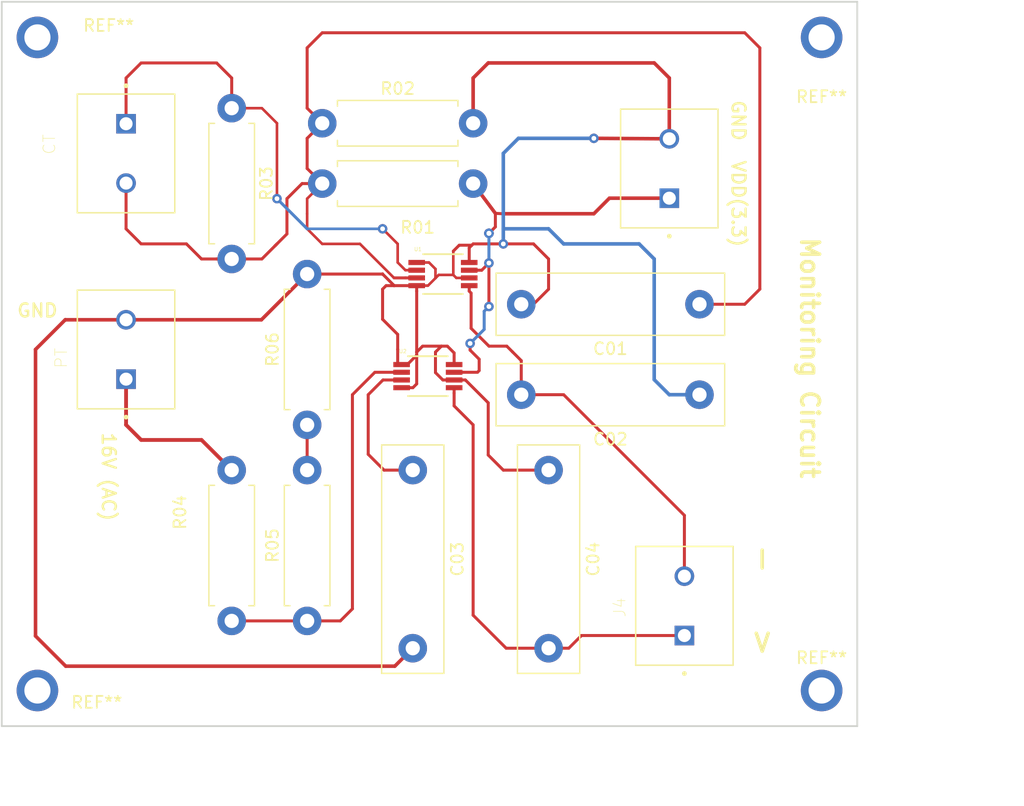
<source format=kicad_pcb>
(kicad_pcb (version 20171130) (host pcbnew "(5.0.1)-4")

  (general
    (thickness 1.6)
    (drawings 13)
    (tracks 204)
    (zones 0)
    (modules 20)
    (nets 11)
  )

  (page A4)
  (layers
    (0 F.Cu signal)
    (31 B.Cu signal)
    (32 B.Adhes user)
    (33 F.Adhes user)
    (34 B.Paste user)
    (35 F.Paste user)
    (36 B.SilkS user)
    (37 F.SilkS user)
    (38 B.Mask user)
    (39 F.Mask user)
    (40 Dwgs.User user)
    (41 Cmts.User user)
    (42 Eco1.User user)
    (43 Eco2.User user)
    (44 Edge.Cuts user)
    (45 Margin user)
    (46 B.CrtYd user)
    (47 F.CrtYd user)
    (48 B.Fab user)
    (49 F.Fab user)
  )

  (setup
    (last_trace_width 0.25)
    (trace_clearance 0.2)
    (zone_clearance 0.508)
    (zone_45_only no)
    (trace_min 0.2)
    (segment_width 0.2)
    (edge_width 0.15)
    (via_size 0.8)
    (via_drill 0.4)
    (via_min_size 0.3)
    (via_min_drill 0.3)
    (uvia_size 0.3)
    (uvia_drill 0.1)
    (uvias_allowed no)
    (uvia_min_size 0.2)
    (uvia_min_drill 0.1)
    (pcb_text_width 0.3)
    (pcb_text_size 1.5 1.5)
    (mod_edge_width 0.15)
    (mod_text_size 1 1)
    (mod_text_width 0.15)
    (pad_size 1.524 1.524)
    (pad_drill 0.762)
    (pad_to_mask_clearance 0.051)
    (solder_mask_min_width 0.25)
    (aux_axis_origin 0 0)
    (visible_elements 7FFFFFFF)
    (pcbplotparams
      (layerselection 0x010fc_ffffffff)
      (usegerberextensions false)
      (usegerberattributes false)
      (usegerberadvancedattributes false)
      (creategerberjobfile false)
      (excludeedgelayer true)
      (linewidth 0.100000)
      (plotframeref false)
      (viasonmask false)
      (mode 1)
      (useauxorigin false)
      (hpglpennumber 1)
      (hpglpenspeed 20)
      (hpglpendiameter 15.000000)
      (psnegative false)
      (psa4output false)
      (plotreference true)
      (plotvalue true)
      (plotinvisibletext false)
      (padsonsilk false)
      (subtractmaskfromsilk false)
      (outputformat 1)
      (mirror false)
      (drillshape 1)
      (scaleselection 1)
      (outputdirectory ""))
  )

  (net 0 "")
  (net 1 "Net-(C01-Pad2)")
  (net 2 "Net-(C01-Pad1)")
  (net 3 "Net-(C02-Pad2)")
  (net 4 "Net-(C03-Pad1)")
  (net 5 "Net-(C04-Pad2)")
  (net 6 "Net-(J1-Pad1)")
  (net 7 "Net-(J2-Pad1)")
  (net 8 "Net-(J3-Pad1)")
  (net 9 "Net-(R04-Pad2)")
  (net 10 "Net-(R05-Pad2)")

  (net_class Default "This is the default net class."
    (clearance 0.2)
    (trace_width 0.25)
    (via_dia 0.8)
    (via_drill 0.4)
    (uvia_dia 0.3)
    (uvia_drill 0.1)
    (add_net "Net-(C01-Pad1)")
    (add_net "Net-(C01-Pad2)")
    (add_net "Net-(C02-Pad2)")
    (add_net "Net-(C03-Pad1)")
    (add_net "Net-(C04-Pad2)")
    (add_net "Net-(J1-Pad1)")
    (add_net "Net-(J2-Pad1)")
    (add_net "Net-(J3-Pad1)")
    (add_net "Net-(R04-Pad2)")
    (add_net "Net-(R05-Pad2)")
  )

  (module Capacitor_THT:C_Rect_L19.0mm_W5.0mm_P15.00mm_MKS4 (layer F.Cu) (tedit 5AE50EF0) (tstamp 5C8852CB)
    (at 172.72 85.09 180)
    (descr "C, Rect series, Radial, pin pitch=15.00mm, , length*width=19*5mm^2, Capacitor, http://www.wima.com/EN/WIMA_MKS_4.pdf")
    (tags "C Rect series Radial pin pitch 15.00mm  length 19mm width 5mm Capacitor")
    (path /5C6FA5FA)
    (fp_text reference C02 (at 7.5 -3.75 180) (layer F.SilkS)
      (effects (font (size 1 1) (thickness 0.15)))
    )
    (fp_text value 1uF (at 1.72 -3.91 180) (layer F.Fab)
      (effects (font (size 1 1) (thickness 0.15)))
    )
    (fp_line (start -2 -2.5) (end -2 2.5) (layer F.Fab) (width 0.1))
    (fp_line (start -2 2.5) (end 17 2.5) (layer F.Fab) (width 0.1))
    (fp_line (start 17 2.5) (end 17 -2.5) (layer F.Fab) (width 0.1))
    (fp_line (start 17 -2.5) (end -2 -2.5) (layer F.Fab) (width 0.1))
    (fp_line (start -2.12 -2.62) (end 17.12 -2.62) (layer F.SilkS) (width 0.12))
    (fp_line (start -2.12 2.62) (end 17.12 2.62) (layer F.SilkS) (width 0.12))
    (fp_line (start -2.12 -2.62) (end -2.12 2.62) (layer F.SilkS) (width 0.12))
    (fp_line (start 17.12 -2.62) (end 17.12 2.62) (layer F.SilkS) (width 0.12))
    (fp_line (start -2.25 -2.75) (end -2.25 2.75) (layer F.CrtYd) (width 0.05))
    (fp_line (start -2.25 2.75) (end 17.25 2.75) (layer F.CrtYd) (width 0.05))
    (fp_line (start 17.25 2.75) (end 17.25 -2.75) (layer F.CrtYd) (width 0.05))
    (fp_line (start 17.25 -2.75) (end -2.25 -2.75) (layer F.CrtYd) (width 0.05))
    (fp_text user %R (at 6.35 0 180) (layer F.Fab)
      (effects (font (size 1 1) (thickness 0.15)))
    )
    (pad 1 thru_hole circle (at 0 0 180) (size 2.4 2.4) (drill 1.2) (layers *.Cu *.Mask)
      (net 1 "Net-(C01-Pad2)"))
    (pad 2 thru_hole circle (at 15 0 180) (size 2.4 2.4) (drill 1.2) (layers *.Cu *.Mask)
      (net 3 "Net-(C02-Pad2)"))
    (model ${KISYS3DMOD}/Capacitor_THT.3dshapes/C_Rect_L19.0mm_W5.0mm_P15.00mm_MKS4.wrl
      (at (xyz 0 0 0))
      (scale (xyz 1 1 1))
      (rotate (xyz 0 0 0))
    )
  )

  (module Capacitor_THT:C_Rect_L19.0mm_W5.0mm_P15.00mm_MKS4 (layer F.Cu) (tedit 5AE50EF0) (tstamp 5C8852B8)
    (at 172.72 77.47 180)
    (descr "C, Rect series, Radial, pin pitch=15.00mm, , length*width=19*5mm^2, Capacitor, http://www.wima.com/EN/WIMA_MKS_4.pdf")
    (tags "C Rect series Radial pin pitch 15.00mm  length 19mm width 5mm Capacitor")
    (path /5C6FE588)
    (fp_text reference C01 (at 7.5 -3.75 180) (layer F.SilkS)
      (effects (font (size 1 1) (thickness 0.15)))
    )
    (fp_text value 0.1uF (at 7.5 3.75 180) (layer F.Fab)
      (effects (font (size 1 1) (thickness 0.15)))
    )
    (fp_text user %R (at 7.5 0 90) (layer F.Fab)
      (effects (font (size 1 1) (thickness 0.15)))
    )
    (fp_line (start 17.25 -2.75) (end -2.25 -2.75) (layer F.CrtYd) (width 0.05))
    (fp_line (start 17.25 2.75) (end 17.25 -2.75) (layer F.CrtYd) (width 0.05))
    (fp_line (start -2.25 2.75) (end 17.25 2.75) (layer F.CrtYd) (width 0.05))
    (fp_line (start -2.25 -2.75) (end -2.25 2.75) (layer F.CrtYd) (width 0.05))
    (fp_line (start 17.12 -2.62) (end 17.12 2.62) (layer F.SilkS) (width 0.12))
    (fp_line (start -2.12 -2.62) (end -2.12 2.62) (layer F.SilkS) (width 0.12))
    (fp_line (start -2.12 2.62) (end 17.12 2.62) (layer F.SilkS) (width 0.12))
    (fp_line (start -2.12 -2.62) (end 17.12 -2.62) (layer F.SilkS) (width 0.12))
    (fp_line (start 17 -2.5) (end -2 -2.5) (layer F.Fab) (width 0.1))
    (fp_line (start 17 2.5) (end 17 -2.5) (layer F.Fab) (width 0.1))
    (fp_line (start -2 2.5) (end 17 2.5) (layer F.Fab) (width 0.1))
    (fp_line (start -2 -2.5) (end -2 2.5) (layer F.Fab) (width 0.1))
    (pad 2 thru_hole circle (at 15 0 180) (size 2.4 2.4) (drill 1.2) (layers *.Cu *.Mask)
      (net 1 "Net-(C01-Pad2)"))
    (pad 1 thru_hole circle (at 0 0 180) (size 2.4 2.4) (drill 1.2) (layers *.Cu *.Mask)
      (net 2 "Net-(C01-Pad1)"))
    (model ${KISYS3DMOD}/Capacitor_THT.3dshapes/C_Rect_L19.0mm_W5.0mm_P15.00mm_MKS4.wrl
      (at (xyz 0 0 0))
      (scale (xyz 1 1 1))
      (rotate (xyz 0 0 0))
    )
  )

  (module Capacitor_THT:C_Rect_L19.0mm_W5.0mm_P15.00mm_MKS4 (layer F.Cu) (tedit 5C7AD721) (tstamp 5C8852DE)
    (at 148.59 91.44 270)
    (descr "C, Rect series, Radial, pin pitch=15.00mm, , length*width=19*5mm^2, Capacitor, http://www.wima.com/EN/WIMA_MKS_4.pdf")
    (tags "C Rect series Radial pin pitch 15.00mm  length 19mm width 5mm Capacitor")
    (path /5C713C26)
    (fp_text reference C03 (at 7.5 -3.75 270) (layer F.SilkS)
      (effects (font (size 1 1) (thickness 0.15)))
    )
    (fp_text value 0.1uF (at 7.5 3.75 270) (layer F.Fab)
      (effects (font (size 1 1) (thickness 0.15)))
    )
    (fp_line (start -2 -2.5) (end -2 2.5) (layer F.Fab) (width 0.1))
    (fp_line (start -2 2.5) (end 17 2.5) (layer F.Fab) (width 0.1))
    (fp_line (start 17 2.5) (end 17 -2.5) (layer F.Fab) (width 0.1))
    (fp_line (start 17 -2.5) (end -2 -2.5) (layer F.Fab) (width 0.1))
    (fp_line (start -2.12 -2.62) (end 17.12 -2.62) (layer F.SilkS) (width 0.12))
    (fp_line (start -2.12 2.62) (end 17.12 2.62) (layer F.SilkS) (width 0.12))
    (fp_line (start -2.12 -2.62) (end -2.12 2.62) (layer F.SilkS) (width 0.12))
    (fp_line (start 17.12 -2.62) (end 17.12 2.62) (layer F.SilkS) (width 0.12))
    (fp_line (start -2.25 -2.75) (end -2.25 2.75) (layer F.CrtYd) (width 0.05))
    (fp_line (start -2.25 2.75) (end 17.25 2.75) (layer F.CrtYd) (width 0.05))
    (fp_line (start 17.25 2.75) (end 17.25 -2.75) (layer F.CrtYd) (width 0.05))
    (fp_line (start 17.25 -2.75) (end -2.25 -2.75) (layer F.CrtYd) (width 0.05))
    (fp_text user %R (at 5.08 0 270) (layer F.Fab) hide
      (effects (font (size 1 1) (thickness 0.15)))
    )
    (pad 1 thru_hole circle (at 0 0 270) (size 2.4 2.4) (drill 1.2) (layers *.Cu *.Mask)
      (net 4 "Net-(C03-Pad1)"))
    (pad 2 thru_hole circle (at 15 0 270) (size 2.4 2.4) (drill 1.2) (layers *.Cu *.Mask)
      (net 1 "Net-(C01-Pad2)"))
    (model ${KISYS3DMOD}/Capacitor_THT.3dshapes/C_Rect_L19.0mm_W5.0mm_P15.00mm_MKS4.wrl
      (at (xyz 0 0 0))
      (scale (xyz 1 1 1))
      (rotate (xyz 0 0 0))
    )
  )

  (module Capacitor_THT:C_Rect_L19.0mm_W5.0mm_P15.00mm_MKS4 (layer F.Cu) (tedit 5C7AD71C) (tstamp 5C8852F1)
    (at 160.02 91.44 270)
    (descr "C, Rect series, Radial, pin pitch=15.00mm, , length*width=19*5mm^2, Capacitor, http://www.wima.com/EN/WIMA_MKS_4.pdf")
    (tags "C Rect series Radial pin pitch 15.00mm  length 19mm width 5mm Capacitor")
    (path /5C72D03D)
    (fp_text reference C04 (at 7.5 -3.75 270) (layer F.SilkS)
      (effects (font (size 1 1) (thickness 0.15)))
    )
    (fp_text value 1uF (at 7.5 3.75 270) (layer F.Fab)
      (effects (font (size 1 1) (thickness 0.15)))
    )
    (fp_text user %R (at 6.35 0 270) (layer F.Fab) hide
      (effects (font (size 1 1) (thickness 0.15)))
    )
    (fp_line (start 17.25 -2.75) (end -2.25 -2.75) (layer F.CrtYd) (width 0.05))
    (fp_line (start 17.25 2.75) (end 17.25 -2.75) (layer F.CrtYd) (width 0.05))
    (fp_line (start -2.25 2.75) (end 17.25 2.75) (layer F.CrtYd) (width 0.05))
    (fp_line (start -2.25 -2.75) (end -2.25 2.75) (layer F.CrtYd) (width 0.05))
    (fp_line (start 17.12 -2.62) (end 17.12 2.62) (layer F.SilkS) (width 0.12))
    (fp_line (start -2.12 -2.62) (end -2.12 2.62) (layer F.SilkS) (width 0.12))
    (fp_line (start -2.12 2.62) (end 17.12 2.62) (layer F.SilkS) (width 0.12))
    (fp_line (start -2.12 -2.62) (end 17.12 -2.62) (layer F.SilkS) (width 0.12))
    (fp_line (start 17 -2.5) (end -2 -2.5) (layer F.Fab) (width 0.1))
    (fp_line (start 17 2.5) (end 17 -2.5) (layer F.Fab) (width 0.1))
    (fp_line (start -2 2.5) (end 17 2.5) (layer F.Fab) (width 0.1))
    (fp_line (start -2 -2.5) (end -2 2.5) (layer F.Fab) (width 0.1))
    (pad 2 thru_hole circle (at 15 0 270) (size 2.4 2.4) (drill 1.2) (layers *.Cu *.Mask)
      (net 5 "Net-(C04-Pad2)"))
    (pad 1 thru_hole circle (at 0 0 270) (size 2.4 2.4) (drill 1.2) (layers *.Cu *.Mask)
      (net 1 "Net-(C01-Pad2)"))
    (model ${KISYS3DMOD}/Capacitor_THT.3dshapes/C_Rect_L19.0mm_W5.0mm_P15.00mm_MKS4.wrl
      (at (xyz 0 0 0))
      (scale (xyz 1 1 1))
      (rotate (xyz 0 0 0))
    )
  )

  (module 282836-2:CONN_282836-2 (layer F.Cu) (tedit 5C7AD321) (tstamp 5C885305)
    (at 124.46 64.77 270)
    (path /5C6F5687)
    (fp_text reference CT (at -0.77 6.46 270) (layer F.SilkS)
      (effects (font (size 1.00005 1.00005) (thickness 0.05)))
    )
    (fp_text value 282836-2 (at -2.77 -5.54 270) (layer F.SilkS) hide
      (effects (font (size 1.00019 1.00019) (thickness 0.05)))
    )
    (fp_circle (center -2.5 0) (end -2.4 0) (layer Eco2.User) (width 0.2))
    (fp_circle (center -5.7 0) (end -5.6 0) (layer F.SilkS) (width 0.2))
    (fp_line (start -5.25 4.35) (end -5.25 -4.35) (layer Eco1.User) (width 0.05))
    (fp_line (start 5.25 4.35) (end -5.25 4.35) (layer Eco1.User) (width 0.05))
    (fp_line (start 5.25 -4.35) (end 5.25 4.35) (layer Eco1.User) (width 0.05))
    (fp_line (start -5.25 -4.35) (end 5.25 -4.35) (layer Eco1.User) (width 0.05))
    (fp_line (start 5 -4.1) (end -5 -4.1) (layer Eco2.User) (width 0.127))
    (fp_line (start 5 4.1) (end 5 -4.1) (layer Eco2.User) (width 0.127))
    (fp_line (start -5 4.1) (end 5 4.1) (layer Eco2.User) (width 0.127))
    (fp_line (start -5 -4.1) (end -5 4.1) (layer Eco2.User) (width 0.127))
    (fp_line (start 5 -4.1) (end -5 -4.1) (layer F.SilkS) (width 0.127))
    (fp_line (start 5 4.1) (end 5 -4.1) (layer F.SilkS) (width 0.127))
    (fp_line (start -5 4.1) (end 5 4.1) (layer F.SilkS) (width 0.127))
    (fp_line (start -5 -4.1) (end -5 4.1) (layer F.SilkS) (width 0.127))
    (pad 2 thru_hole circle (at 2.5 0 270) (size 1.65 1.65) (drill 1.1) (layers *.Cu *.Mask)
      (net 2 "Net-(C01-Pad1)"))
    (pad 1 thru_hole rect (at -2.5 0 270) (size 1.65 1.65) (drill 1.1) (layers *.Cu *.Mask)
      (net 6 "Net-(J1-Pad1)"))
  )

  (module 282836-2:CONN_282836-2 (layer F.Cu) (tedit 5C7AD2F9) (tstamp 5C885319)
    (at 124.46 81.28 90)
    (path /5C6F5750)
    (fp_text reference PT (at -0.72 -5.46 90) (layer F.SilkS)
      (effects (font (size 1.00005 1.00005) (thickness 0.05)))
    )
    (fp_text value 282836-2 (at -2.07539 5.36601 90) (layer F.SilkS) hide
      (effects (font (size 1.00019 1.00019) (thickness 0.05)))
    )
    (fp_line (start -5 -4.1) (end -5 4.1) (layer F.SilkS) (width 0.127))
    (fp_line (start -5 4.1) (end 5 4.1) (layer F.SilkS) (width 0.127))
    (fp_line (start 5 4.1) (end 5 -4.1) (layer F.SilkS) (width 0.127))
    (fp_line (start 5 -4.1) (end -5 -4.1) (layer F.SilkS) (width 0.127))
    (fp_line (start -5 -4.1) (end -5 4.1) (layer Eco2.User) (width 0.127))
    (fp_line (start -5 4.1) (end 5 4.1) (layer Eco2.User) (width 0.127))
    (fp_line (start 5 4.1) (end 5 -4.1) (layer Eco2.User) (width 0.127))
    (fp_line (start 5 -4.1) (end -5 -4.1) (layer Eco2.User) (width 0.127))
    (fp_line (start -5.25 -4.35) (end 5.25 -4.35) (layer Eco1.User) (width 0.05))
    (fp_line (start 5.25 -4.35) (end 5.25 4.35) (layer Eco1.User) (width 0.05))
    (fp_line (start 5.25 4.35) (end -5.25 4.35) (layer Eco1.User) (width 0.05))
    (fp_line (start -5.25 4.35) (end -5.25 -4.35) (layer Eco1.User) (width 0.05))
    (fp_circle (center -5.7 0) (end -5.6 0) (layer F.SilkS) (width 0.2))
    (fp_circle (center -2.5 0) (end -2.4 0) (layer Eco2.User) (width 0.2))
    (pad 1 thru_hole rect (at -2.5 0 90) (size 1.65 1.65) (drill 1.1) (layers *.Cu *.Mask)
      (net 7 "Net-(J2-Pad1)"))
    (pad 2 thru_hole circle (at 2.5 0 90) (size 1.65 1.65) (drill 1.1) (layers *.Cu *.Mask)
      (net 1 "Net-(C01-Pad2)"))
  )

  (module 282836-2:CONN_282836-2 (layer F.Cu) (tedit 5C7AD415) (tstamp 5C88532D)
    (at 170.18 66.04 90)
    (path /5C6F54C0)
    (fp_text reference J3 (at -1.96 -6.18 90) (layer F.SilkS) hide
      (effects (font (size 1.00005 1.00005) (thickness 0.05)))
    )
    (fp_text value 282836-2 (at 0.04 -7.18) (layer F.SilkS) hide
      (effects (font (size 1.00019 1.00019) (thickness 0.05)))
    )
    (fp_line (start -5 -4.1) (end -5 4.1) (layer F.SilkS) (width 0.127))
    (fp_line (start -5 4.1) (end 5 4.1) (layer F.SilkS) (width 0.127))
    (fp_line (start 5 4.1) (end 5 -4.1) (layer F.SilkS) (width 0.127))
    (fp_line (start 5 -4.1) (end -5 -4.1) (layer F.SilkS) (width 0.127))
    (fp_line (start -5 -4.1) (end -5 4.1) (layer Eco2.User) (width 0.127))
    (fp_line (start -5 4.1) (end 5 4.1) (layer Eco2.User) (width 0.127))
    (fp_line (start 5 4.1) (end 5 -4.1) (layer Eco2.User) (width 0.127))
    (fp_line (start 5 -4.1) (end -5 -4.1) (layer Eco2.User) (width 0.127))
    (fp_line (start -5.25 -4.35) (end 5.25 -4.35) (layer Eco1.User) (width 0.05))
    (fp_line (start 5.25 -4.35) (end 5.25 4.35) (layer Eco1.User) (width 0.05))
    (fp_line (start 5.25 4.35) (end -5.25 4.35) (layer Eco1.User) (width 0.05))
    (fp_line (start -5.25 4.35) (end -5.25 -4.35) (layer Eco1.User) (width 0.05))
    (fp_circle (center -5.7 0) (end -5.6 0) (layer F.SilkS) (width 0.2))
    (fp_circle (center -2.5 0) (end -2.4 0) (layer Eco2.User) (width 0.2))
    (pad 1 thru_hole rect (at -2.5 0 90) (size 1.65 1.65) (drill 1.1) (layers *.Cu *.Mask)
      (net 8 "Net-(J3-Pad1)"))
    (pad 2 thru_hole circle (at 2.5 0 90) (size 1.65 1.65) (drill 1.1) (layers *.Cu *.Mask)
      (net 1 "Net-(C01-Pad2)"))
  )

  (module 282836-2:CONN_282836-2 (layer F.Cu) (tedit 5C7AD72A) (tstamp 5C885341)
    (at 171.45 102.87 90)
    (path /5C6F55A4)
    (fp_text reference J4 (at -0.13 -5.45 90) (layer F.SilkS)
      (effects (font (size 1.00005 1.00005) (thickness 0.05)))
    )
    (fp_text value 282836-2 (at -7.13 -0.45) (layer F.SilkS) hide
      (effects (font (size 1.00019 1.00019) (thickness 0.05)))
    )
    (fp_circle (center -2.5 0) (end -2.4 0) (layer Eco2.User) (width 0.2))
    (fp_circle (center -5.7 0) (end -5.6 0) (layer F.SilkS) (width 0.2))
    (fp_line (start -5.25 4.35) (end -5.25 -4.35) (layer Eco1.User) (width 0.05))
    (fp_line (start 5.25 4.35) (end -5.25 4.35) (layer Eco1.User) (width 0.05))
    (fp_line (start 5.25 -4.35) (end 5.25 4.35) (layer Eco1.User) (width 0.05))
    (fp_line (start -5.25 -4.35) (end 5.25 -4.35) (layer Eco1.User) (width 0.05))
    (fp_line (start 5 -4.1) (end -5 -4.1) (layer Eco2.User) (width 0.127))
    (fp_line (start 5 4.1) (end 5 -4.1) (layer Eco2.User) (width 0.127))
    (fp_line (start -5 4.1) (end 5 4.1) (layer Eco2.User) (width 0.127))
    (fp_line (start -5 -4.1) (end -5 4.1) (layer Eco2.User) (width 0.127))
    (fp_line (start 5 -4.1) (end -5 -4.1) (layer F.SilkS) (width 0.127))
    (fp_line (start 5 4.1) (end 5 -4.1) (layer F.SilkS) (width 0.127))
    (fp_line (start -5 4.1) (end 5 4.1) (layer F.SilkS) (width 0.127))
    (fp_line (start -5 -4.1) (end -5 4.1) (layer F.SilkS) (width 0.127))
    (pad 2 thru_hole circle (at 2.5 0 90) (size 1.65 1.65) (drill 1.1) (layers *.Cu *.Mask)
      (net 3 "Net-(C02-Pad2)"))
    (pad 1 thru_hole rect (at -2.5 0 90) (size 1.65 1.65) (drill 1.1) (layers *.Cu *.Mask)
      (net 5 "Net-(C04-Pad2)"))
  )

  (module Resistor_THT:R_Axial_DIN0411_L9.9mm_D3.6mm_P12.70mm_Horizontal (layer F.Cu) (tedit 5C7AD625) (tstamp 5C885358)
    (at 153.67 67.31 180)
    (descr "Resistor, Axial_DIN0411 series, Axial, Horizontal, pin pitch=12.7mm, 1W, length*diameter=9.9*3.6mm^2")
    (tags "Resistor Axial_DIN0411 series Axial Horizontal pin pitch 12.7mm 1W length 9.9mm diameter 3.6mm")
    (path /5C6FBBDA)
    (fp_text reference R01 (at 4.67 -3.69 180) (layer F.SilkS)
      (effects (font (size 1 1) (thickness 0.15)))
    )
    (fp_text value 100k (at 7.67 10.31 180) (layer F.Fab)
      (effects (font (size 1 1) (thickness 0.15)))
    )
    (fp_text user %R (at 8.89 0 180) (layer F.Fab) hide
      (effects (font (size 1 1) (thickness 0.15)))
    )
    (fp_line (start 14.15 -2.05) (end -1.45 -2.05) (layer F.CrtYd) (width 0.05))
    (fp_line (start 14.15 2.05) (end 14.15 -2.05) (layer F.CrtYd) (width 0.05))
    (fp_line (start -1.45 2.05) (end 14.15 2.05) (layer F.CrtYd) (width 0.05))
    (fp_line (start -1.45 -2.05) (end -1.45 2.05) (layer F.CrtYd) (width 0.05))
    (fp_line (start 11.42 1.92) (end 11.42 1.44) (layer F.SilkS) (width 0.12))
    (fp_line (start 1.28 1.92) (end 11.42 1.92) (layer F.SilkS) (width 0.12))
    (fp_line (start 1.28 1.44) (end 1.28 1.92) (layer F.SilkS) (width 0.12))
    (fp_line (start 11.42 -1.92) (end 11.42 -1.44) (layer F.SilkS) (width 0.12))
    (fp_line (start 1.28 -1.92) (end 11.42 -1.92) (layer F.SilkS) (width 0.12))
    (fp_line (start 1.28 -1.44) (end 1.28 -1.92) (layer F.SilkS) (width 0.12))
    (fp_line (start 12.7 0) (end 11.3 0) (layer F.Fab) (width 0.1))
    (fp_line (start 0 0) (end 1.4 0) (layer F.Fab) (width 0.1))
    (fp_line (start 11.3 -1.8) (end 1.4 -1.8) (layer F.Fab) (width 0.1))
    (fp_line (start 11.3 1.8) (end 11.3 -1.8) (layer F.Fab) (width 0.1))
    (fp_line (start 1.4 1.8) (end 11.3 1.8) (layer F.Fab) (width 0.1))
    (fp_line (start 1.4 -1.8) (end 1.4 1.8) (layer F.Fab) (width 0.1))
    (pad 2 thru_hole oval (at 12.7 0 180) (size 2.4 2.4) (drill 1.2) (layers *.Cu *.Mask)
      (net 2 "Net-(C01-Pad1)"))
    (pad 1 thru_hole circle (at 0 0 180) (size 2.4 2.4) (drill 1.2) (layers *.Cu *.Mask)
      (net 8 "Net-(J3-Pad1)"))
    (model ${KISYS3DMOD}/Resistor_THT.3dshapes/R_Axial_DIN0411_L9.9mm_D3.6mm_P12.70mm_Horizontal.wrl
      (at (xyz 0 0 0))
      (scale (xyz 1 1 1))
      (rotate (xyz 0 0 0))
    )
  )

  (module Resistor_THT:R_Axial_DIN0411_L9.9mm_D3.6mm_P12.70mm_Horizontal (layer F.Cu) (tedit 5AE5139B) (tstamp 5C88536F)
    (at 140.97 62.23)
    (descr "Resistor, Axial_DIN0411 series, Axial, Horizontal, pin pitch=12.7mm, 1W, length*diameter=9.9*3.6mm^2")
    (tags "Resistor Axial_DIN0411 series Axial Horizontal pin pitch 12.7mm 1W length 9.9mm diameter 3.6mm")
    (path /5C6FCCC7)
    (fp_text reference R02 (at 6.35 -2.92) (layer F.SilkS)
      (effects (font (size 1 1) (thickness 0.15)))
    )
    (fp_text value 100k (at 8.03 4.77) (layer F.Fab)
      (effects (font (size 1 1) (thickness 0.15)))
    )
    (fp_line (start 1.4 -1.8) (end 1.4 1.8) (layer F.Fab) (width 0.1))
    (fp_line (start 1.4 1.8) (end 11.3 1.8) (layer F.Fab) (width 0.1))
    (fp_line (start 11.3 1.8) (end 11.3 -1.8) (layer F.Fab) (width 0.1))
    (fp_line (start 11.3 -1.8) (end 1.4 -1.8) (layer F.Fab) (width 0.1))
    (fp_line (start 0 0) (end 1.4 0) (layer F.Fab) (width 0.1))
    (fp_line (start 12.7 0) (end 11.3 0) (layer F.Fab) (width 0.1))
    (fp_line (start 1.28 -1.44) (end 1.28 -1.92) (layer F.SilkS) (width 0.12))
    (fp_line (start 1.28 -1.92) (end 11.42 -1.92) (layer F.SilkS) (width 0.12))
    (fp_line (start 11.42 -1.92) (end 11.42 -1.44) (layer F.SilkS) (width 0.12))
    (fp_line (start 1.28 1.44) (end 1.28 1.92) (layer F.SilkS) (width 0.12))
    (fp_line (start 1.28 1.92) (end 11.42 1.92) (layer F.SilkS) (width 0.12))
    (fp_line (start 11.42 1.92) (end 11.42 1.44) (layer F.SilkS) (width 0.12))
    (fp_line (start -1.45 -2.05) (end -1.45 2.05) (layer F.CrtYd) (width 0.05))
    (fp_line (start -1.45 2.05) (end 14.15 2.05) (layer F.CrtYd) (width 0.05))
    (fp_line (start 14.15 2.05) (end 14.15 -2.05) (layer F.CrtYd) (width 0.05))
    (fp_line (start 14.15 -2.05) (end -1.45 -2.05) (layer F.CrtYd) (width 0.05))
    (fp_text user %R (at 6.35 0) (layer F.Fab)
      (effects (font (size 1 1) (thickness 0.15)))
    )
    (pad 1 thru_hole circle (at 0 0) (size 2.4 2.4) (drill 1.2) (layers *.Cu *.Mask)
      (net 2 "Net-(C01-Pad1)"))
    (pad 2 thru_hole oval (at 12.7 0) (size 2.4 2.4) (drill 1.2) (layers *.Cu *.Mask)
      (net 1 "Net-(C01-Pad2)"))
    (model ${KISYS3DMOD}/Resistor_THT.3dshapes/R_Axial_DIN0411_L9.9mm_D3.6mm_P12.70mm_Horizontal.wrl
      (at (xyz 0 0 0))
      (scale (xyz 1 1 1))
      (rotate (xyz 0 0 0))
    )
  )

  (module Resistor_THT:R_Axial_DIN0411_L9.9mm_D3.6mm_P12.70mm_Horizontal (layer F.Cu) (tedit 5AE5139B) (tstamp 5C885386)
    (at 133.35 60.96 270)
    (descr "Resistor, Axial_DIN0411 series, Axial, Horizontal, pin pitch=12.7mm, 1W, length*diameter=9.9*3.6mm^2")
    (tags "Resistor Axial_DIN0411 series Axial Horizontal pin pitch 12.7mm 1W length 9.9mm diameter 3.6mm")
    (path /5C6F4435)
    (fp_text reference R03 (at 6.35 -2.92 270) (layer F.SilkS)
      (effects (font (size 1 1) (thickness 0.15)))
    )
    (fp_text value 4 (at 6.35 2.92 270) (layer F.Fab)
      (effects (font (size 1 1) (thickness 0.15)))
    )
    (fp_line (start 1.4 -1.8) (end 1.4 1.8) (layer F.Fab) (width 0.1))
    (fp_line (start 1.4 1.8) (end 11.3 1.8) (layer F.Fab) (width 0.1))
    (fp_line (start 11.3 1.8) (end 11.3 -1.8) (layer F.Fab) (width 0.1))
    (fp_line (start 11.3 -1.8) (end 1.4 -1.8) (layer F.Fab) (width 0.1))
    (fp_line (start 0 0) (end 1.4 0) (layer F.Fab) (width 0.1))
    (fp_line (start 12.7 0) (end 11.3 0) (layer F.Fab) (width 0.1))
    (fp_line (start 1.28 -1.44) (end 1.28 -1.92) (layer F.SilkS) (width 0.12))
    (fp_line (start 1.28 -1.92) (end 11.42 -1.92) (layer F.SilkS) (width 0.12))
    (fp_line (start 11.42 -1.92) (end 11.42 -1.44) (layer F.SilkS) (width 0.12))
    (fp_line (start 1.28 1.44) (end 1.28 1.92) (layer F.SilkS) (width 0.12))
    (fp_line (start 1.28 1.92) (end 11.42 1.92) (layer F.SilkS) (width 0.12))
    (fp_line (start 11.42 1.92) (end 11.42 1.44) (layer F.SilkS) (width 0.12))
    (fp_line (start -1.45 -2.05) (end -1.45 2.05) (layer F.CrtYd) (width 0.05))
    (fp_line (start -1.45 2.05) (end 14.15 2.05) (layer F.CrtYd) (width 0.05))
    (fp_line (start 14.15 2.05) (end 14.15 -2.05) (layer F.CrtYd) (width 0.05))
    (fp_line (start 14.15 -2.05) (end -1.45 -2.05) (layer F.CrtYd) (width 0.05))
    (fp_text user %R (at 3.81 0 180) (layer F.Fab)
      (effects (font (size 1 1) (thickness 0.15)))
    )
    (pad 1 thru_hole circle (at 0 0 270) (size 2.4 2.4) (drill 1.2) (layers *.Cu *.Mask)
      (net 6 "Net-(J1-Pad1)"))
    (pad 2 thru_hole oval (at 12.7 0 270) (size 2.4 2.4) (drill 1.2) (layers *.Cu *.Mask)
      (net 2 "Net-(C01-Pad1)"))
    (model ${KISYS3DMOD}/Resistor_THT.3dshapes/R_Axial_DIN0411_L9.9mm_D3.6mm_P12.70mm_Horizontal.wrl
      (at (xyz 0 0 0))
      (scale (xyz 1 1 1))
      (rotate (xyz 0 0 0))
    )
  )

  (module Resistor_THT:R_Axial_DIN0411_L9.9mm_D3.6mm_P12.70mm_Horizontal (layer F.Cu) (tedit 5C7AD726) (tstamp 5C88539D)
    (at 133.35 91.44 270)
    (descr "Resistor, Axial_DIN0411 series, Axial, Horizontal, pin pitch=12.7mm, 1W, length*diameter=9.9*3.6mm^2")
    (tags "Resistor Axial_DIN0411 series Axial Horizontal pin pitch 12.7mm 1W length 9.9mm diameter 3.6mm")
    (path /5C70B7CD)
    (fp_text reference R04 (at 3.56 4.35 270) (layer F.SilkS)
      (effects (font (size 1 1) (thickness 0.15)))
    )
    (fp_text value 10k (at 6.35 2.92 270) (layer F.Fab)
      (effects (font (size 1 1) (thickness 0.15)))
    )
    (fp_text user %R (at 6.35 0 90) (layer F.Fab) hide
      (effects (font (size 1 1) (thickness 0.15)))
    )
    (fp_line (start 14.15 -2.05) (end -1.45 -2.05) (layer F.CrtYd) (width 0.05))
    (fp_line (start 14.15 2.05) (end 14.15 -2.05) (layer F.CrtYd) (width 0.05))
    (fp_line (start -1.45 2.05) (end 14.15 2.05) (layer F.CrtYd) (width 0.05))
    (fp_line (start -1.45 -2.05) (end -1.45 2.05) (layer F.CrtYd) (width 0.05))
    (fp_line (start 11.42 1.92) (end 11.42 1.44) (layer F.SilkS) (width 0.12))
    (fp_line (start 1.28 1.92) (end 11.42 1.92) (layer F.SilkS) (width 0.12))
    (fp_line (start 1.28 1.44) (end 1.28 1.92) (layer F.SilkS) (width 0.12))
    (fp_line (start 11.42 -1.92) (end 11.42 -1.44) (layer F.SilkS) (width 0.12))
    (fp_line (start 1.28 -1.92) (end 11.42 -1.92) (layer F.SilkS) (width 0.12))
    (fp_line (start 1.28 -1.44) (end 1.28 -1.92) (layer F.SilkS) (width 0.12))
    (fp_line (start 12.7 0) (end 11.3 0) (layer F.Fab) (width 0.1))
    (fp_line (start 0 0) (end 1.4 0) (layer F.Fab) (width 0.1))
    (fp_line (start 11.3 -1.8) (end 1.4 -1.8) (layer F.Fab) (width 0.1))
    (fp_line (start 11.3 1.8) (end 11.3 -1.8) (layer F.Fab) (width 0.1))
    (fp_line (start 1.4 1.8) (end 11.3 1.8) (layer F.Fab) (width 0.1))
    (fp_line (start 1.4 -1.8) (end 1.4 1.8) (layer F.Fab) (width 0.1))
    (pad 2 thru_hole oval (at 12.7 0 270) (size 2.4 2.4) (drill 1.2) (layers *.Cu *.Mask)
      (net 9 "Net-(R04-Pad2)"))
    (pad 1 thru_hole circle (at 0 0 270) (size 2.4 2.4) (drill 1.2) (layers *.Cu *.Mask)
      (net 7 "Net-(J2-Pad1)"))
    (model ${KISYS3DMOD}/Resistor_THT.3dshapes/R_Axial_DIN0411_L9.9mm_D3.6mm_P12.70mm_Horizontal.wrl
      (at (xyz 0 0 0))
      (scale (xyz 1 1 1))
      (rotate (xyz 0 0 0))
    )
  )

  (module Resistor_THT:R_Axial_DIN0411_L9.9mm_D3.6mm_P12.70mm_Horizontal (layer F.Cu) (tedit 5C7AD5DF) (tstamp 5C8853B4)
    (at 139.7 104.14 90)
    (descr "Resistor, Axial_DIN0411 series, Axial, Horizontal, pin pitch=12.7mm, 1W, length*diameter=9.9*3.6mm^2")
    (tags "Resistor Axial_DIN0411 series Axial Horizontal pin pitch 12.7mm 1W length 9.9mm diameter 3.6mm")
    (path /5C70B85D)
    (fp_text reference R05 (at 6.35 -2.92 90) (layer F.SilkS)
      (effects (font (size 1 1) (thickness 0.15)))
    )
    (fp_text value 215k (at 6.35 2.92 90) (layer F.Fab)
      (effects (font (size 1 1) (thickness 0.15)))
    )
    (fp_line (start 1.4 -1.8) (end 1.4 1.8) (layer F.Fab) (width 0.1))
    (fp_line (start 1.4 1.8) (end 11.3 1.8) (layer F.Fab) (width 0.1))
    (fp_line (start 11.3 1.8) (end 11.3 -1.8) (layer F.Fab) (width 0.1))
    (fp_line (start 11.3 -1.8) (end 1.4 -1.8) (layer F.Fab) (width 0.1))
    (fp_line (start 0 0) (end 1.4 0) (layer F.Fab) (width 0.1))
    (fp_line (start 12.7 0) (end 11.3 0) (layer F.Fab) (width 0.1))
    (fp_line (start 1.28 -1.44) (end 1.28 -1.92) (layer F.SilkS) (width 0.12))
    (fp_line (start 1.28 -1.92) (end 11.42 -1.92) (layer F.SilkS) (width 0.12))
    (fp_line (start 11.42 -1.92) (end 11.42 -1.44) (layer F.SilkS) (width 0.12))
    (fp_line (start 1.28 1.44) (end 1.28 1.92) (layer F.SilkS) (width 0.12))
    (fp_line (start 1.28 1.92) (end 11.42 1.92) (layer F.SilkS) (width 0.12))
    (fp_line (start 11.42 1.92) (end 11.42 1.44) (layer F.SilkS) (width 0.12))
    (fp_line (start -1.45 -2.05) (end -1.45 2.05) (layer F.CrtYd) (width 0.05))
    (fp_line (start -1.45 2.05) (end 14.15 2.05) (layer F.CrtYd) (width 0.05))
    (fp_line (start 14.15 2.05) (end 14.15 -2.05) (layer F.CrtYd) (width 0.05))
    (fp_line (start 14.15 -2.05) (end -1.45 -2.05) (layer F.CrtYd) (width 0.05))
    (fp_text user %R (at 7.62 0) (layer F.Fab) hide
      (effects (font (size 1 1) (thickness 0.15)))
    )
    (pad 1 thru_hole circle (at 0 0 90) (size 2.4 2.4) (drill 1.2) (layers *.Cu *.Mask)
      (net 9 "Net-(R04-Pad2)"))
    (pad 2 thru_hole oval (at 12.7 0 90) (size 2.4 2.4) (drill 1.2) (layers *.Cu *.Mask)
      (net 10 "Net-(R05-Pad2)"))
    (model ${KISYS3DMOD}/Resistor_THT.3dshapes/R_Axial_DIN0411_L9.9mm_D3.6mm_P12.70mm_Horizontal.wrl
      (at (xyz 0 0 0))
      (scale (xyz 1 1 1))
      (rotate (xyz 0 0 0))
    )
  )

  (module Resistor_THT:R_Axial_DIN0411_L9.9mm_D3.6mm_P12.70mm_Horizontal (layer F.Cu) (tedit 5AE5139B) (tstamp 5C8853CB)
    (at 139.7 87.63 90)
    (descr "Resistor, Axial_DIN0411 series, Axial, Horizontal, pin pitch=12.7mm, 1W, length*diameter=9.9*3.6mm^2")
    (tags "Resistor Axial_DIN0411 series Axial Horizontal pin pitch 12.7mm 1W length 9.9mm diameter 3.6mm")
    (path /5C7A0E0A)
    (fp_text reference R06 (at 6.35 -2.92 90) (layer F.SilkS)
      (effects (font (size 1 1) (thickness 0.15)))
    )
    (fp_text value 1k (at 6.35 2.92 90) (layer F.Fab)
      (effects (font (size 1 1) (thickness 0.15)))
    )
    (fp_text user %R (at 6.35 0) (layer F.Fab)
      (effects (font (size 1 1) (thickness 0.15)))
    )
    (fp_line (start 14.15 -2.05) (end -1.45 -2.05) (layer F.CrtYd) (width 0.05))
    (fp_line (start 14.15 2.05) (end 14.15 -2.05) (layer F.CrtYd) (width 0.05))
    (fp_line (start -1.45 2.05) (end 14.15 2.05) (layer F.CrtYd) (width 0.05))
    (fp_line (start -1.45 -2.05) (end -1.45 2.05) (layer F.CrtYd) (width 0.05))
    (fp_line (start 11.42 1.92) (end 11.42 1.44) (layer F.SilkS) (width 0.12))
    (fp_line (start 1.28 1.92) (end 11.42 1.92) (layer F.SilkS) (width 0.12))
    (fp_line (start 1.28 1.44) (end 1.28 1.92) (layer F.SilkS) (width 0.12))
    (fp_line (start 11.42 -1.92) (end 11.42 -1.44) (layer F.SilkS) (width 0.12))
    (fp_line (start 1.28 -1.92) (end 11.42 -1.92) (layer F.SilkS) (width 0.12))
    (fp_line (start 1.28 -1.44) (end 1.28 -1.92) (layer F.SilkS) (width 0.12))
    (fp_line (start 12.7 0) (end 11.3 0) (layer F.Fab) (width 0.1))
    (fp_line (start 0 0) (end 1.4 0) (layer F.Fab) (width 0.1))
    (fp_line (start 11.3 -1.8) (end 1.4 -1.8) (layer F.Fab) (width 0.1))
    (fp_line (start 11.3 1.8) (end 11.3 -1.8) (layer F.Fab) (width 0.1))
    (fp_line (start 1.4 1.8) (end 11.3 1.8) (layer F.Fab) (width 0.1))
    (fp_line (start 1.4 -1.8) (end 1.4 1.8) (layer F.Fab) (width 0.1))
    (pad 2 thru_hole oval (at 12.7 0 90) (size 2.4 2.4) (drill 1.2) (layers *.Cu *.Mask)
      (net 1 "Net-(C01-Pad2)"))
    (pad 1 thru_hole circle (at 0 0 90) (size 2.4 2.4) (drill 1.2) (layers *.Cu *.Mask)
      (net 10 "Net-(R05-Pad2)"))
    (model ${KISYS3DMOD}/Resistor_THT.3dshapes/R_Axial_DIN0411_L9.9mm_D3.6mm_P12.70mm_Horizontal.wrl
      (at (xyz 0 0 0))
      (scale (xyz 1 1 1))
      (rotate (xyz 0 0 0))
    )
  )

  (module LTC1966CMS8PBF:MSOP-8_MS (layer F.Cu) (tedit 5C7AD2D6) (tstamp 5C885400)
    (at 151.13 74.93)
    (path /5C6F3CA0)
    (attr smd)
    (fp_text reference U1 (at -2.1083 -2.0909) (layer F.SilkS)
      (effects (font (size 0.314961 0.314961) (thickness 0.05)))
    )
    (fp_text value LTC1966CMS8PBF (at -1.9083 2.0909) (layer F.SilkS) hide
      (effects (font (size 0.314961 0.314961) (thickness 0.05)))
    )
    (fp_line (start -1.5494 -0.7874) (end -1.5494 -1.1684) (layer Eco2.User) (width 0.1524))
    (fp_line (start -1.5494 -1.1684) (end -2.54 -1.1684) (layer Eco2.User) (width 0.1524))
    (fp_line (start -2.54 -1.1684) (end -2.54 -0.7874) (layer Eco2.User) (width 0.1524))
    (fp_line (start -2.54 -0.7874) (end -1.5494 -0.7874) (layer Eco2.User) (width 0.1524))
    (fp_line (start -1.5494 -0.127) (end -1.5494 -0.508) (layer Eco2.User) (width 0.1524))
    (fp_line (start -1.5494 -0.508) (end -2.54 -0.508) (layer Eco2.User) (width 0.1524))
    (fp_line (start -2.54 -0.508) (end -2.54 -0.127) (layer Eco2.User) (width 0.1524))
    (fp_line (start -2.54 -0.127) (end -1.5494 -0.127) (layer Eco2.User) (width 0.1524))
    (fp_line (start -1.5494 0.508) (end -1.5494 0.127) (layer Eco2.User) (width 0.1524))
    (fp_line (start -1.5494 0.127) (end -2.54 0.127) (layer Eco2.User) (width 0.1524))
    (fp_line (start -2.54 0.127) (end -2.54 0.508) (layer Eco2.User) (width 0.1524))
    (fp_line (start -2.54 0.508) (end -1.5494 0.508) (layer Eco2.User) (width 0.1524))
    (fp_line (start -1.5494 1.1684) (end -1.5494 0.7874) (layer Eco2.User) (width 0.1524))
    (fp_line (start -1.5494 0.7874) (end -2.54 0.7874) (layer Eco2.User) (width 0.1524))
    (fp_line (start -2.54 0.7874) (end -2.54 1.1684) (layer Eco2.User) (width 0.1524))
    (fp_line (start -2.54 1.1684) (end -1.5494 1.1684) (layer Eco2.User) (width 0.1524))
    (fp_line (start 1.5494 0.7874) (end 1.5494 1.1684) (layer Eco2.User) (width 0.1524))
    (fp_line (start 1.5494 1.1684) (end 2.54 1.1684) (layer Eco2.User) (width 0.1524))
    (fp_line (start 2.54 1.1684) (end 2.54 0.7874) (layer Eco2.User) (width 0.1524))
    (fp_line (start 2.54 0.7874) (end 1.5494 0.7874) (layer Eco2.User) (width 0.1524))
    (fp_line (start 1.5494 0.127) (end 1.5494 0.508) (layer Eco2.User) (width 0.1524))
    (fp_line (start 1.5494 0.508) (end 2.54 0.508) (layer Eco2.User) (width 0.1524))
    (fp_line (start 2.54 0.508) (end 2.54 0.127) (layer Eco2.User) (width 0.1524))
    (fp_line (start 2.54 0.127) (end 1.5494 0.127) (layer Eco2.User) (width 0.1524))
    (fp_line (start 1.5494 -0.508) (end 1.5494 -0.127) (layer Eco2.User) (width 0.1524))
    (fp_line (start 1.5494 -0.127) (end 2.54 -0.127) (layer Eco2.User) (width 0.1524))
    (fp_line (start 2.54 -0.127) (end 2.54 -0.508) (layer Eco2.User) (width 0.1524))
    (fp_line (start 2.54 -0.508) (end 1.5494 -0.508) (layer Eco2.User) (width 0.1524))
    (fp_line (start 1.5494 -1.1684) (end 1.5494 -0.7874) (layer Eco2.User) (width 0.1524))
    (fp_line (start 1.5494 -0.7874) (end 2.54 -0.7874) (layer Eco2.User) (width 0.1524))
    (fp_line (start 2.54 -0.7874) (end 2.54 -1.1684) (layer Eco2.User) (width 0.1524))
    (fp_line (start 2.54 -1.1684) (end 1.5494 -1.1684) (layer Eco2.User) (width 0.1524))
    (fp_line (start -1.5494 1.5494) (end 1.5494 1.5494) (layer Eco2.User) (width 0.1524))
    (fp_line (start 1.5494 1.5494) (end 1.5494 -1.5494) (layer Eco2.User) (width 0.1524))
    (fp_line (start 1.5494 -1.5494) (end 0.3048 -1.5494) (layer Eco2.User) (width 0.1524))
    (fp_line (start 0.3048 -1.5494) (end -0.3048 -1.5494) (layer Eco2.User) (width 0.1524))
    (fp_line (start -0.3048 -1.5494) (end -1.5494 -1.5494) (layer Eco2.User) (width 0.1524))
    (fp_line (start -1.5494 -1.5494) (end -1.5494 1.5494) (layer Eco2.User) (width 0.1524))
    (fp_arc (start 0 -1.5494) (end -0.3048 -1.5494) (angle -180) (layer Eco2.User) (width 0.1524))
    (fp_line (start -1.6764 1.6764) (end 1.6764 1.6764) (layer F.SilkS) (width 0.1524))
    (fp_line (start 1.6764 -1.6764) (end -1.6764 -1.6764) (layer F.SilkS) (width 0.1524))
    (pad 1 smd rect (at -2.2098 -0.975) (size 1.397 0.4318) (layers F.Cu F.Paste F.Mask)
      (net 1 "Net-(C01-Pad2)"))
    (pad 2 smd rect (at -2.2098 -0.325) (size 1.397 0.4318) (layers F.Cu F.Paste F.Mask)
      (net 6 "Net-(J1-Pad1)"))
    (pad 3 smd rect (at -2.2098 0.325) (size 1.397 0.4318) (layers F.Cu F.Paste F.Mask)
      (net 2 "Net-(C01-Pad1)"))
    (pad 4 smd rect (at -2.2098 0.975) (size 1.397 0.4318) (layers F.Cu F.Paste F.Mask)
      (net 1 "Net-(C01-Pad2)"))
    (pad 5 smd rect (at 2.2098 0.975) (size 1.397 0.4318) (layers F.Cu F.Paste F.Mask)
      (net 3 "Net-(C02-Pad2)"))
    (pad 6 smd rect (at 2.2098 0.325) (size 1.397 0.4318) (layers F.Cu F.Paste F.Mask)
      (net 1 "Net-(C01-Pad2)"))
    (pad 7 smd rect (at 2.2098 -0.325) (size 1.397 0.4318) (layers F.Cu F.Paste F.Mask)
      (net 8 "Net-(J3-Pad1)"))
    (pad 8 smd rect (at 2.2098 -0.975) (size 1.397 0.4318) (layers F.Cu F.Paste F.Mask)
      (net 1 "Net-(C01-Pad2)"))
  )

  (module LTC1966CMS8PBF:MSOP-8_MS (layer F.Cu) (tedit 5C7AD2CD) (tstamp 5C885435)
    (at 149.86 83.525)
    (path /5C6F3F20)
    (attr smd)
    (fp_text reference U2 (at -2.1083 -2.0909) (layer F.SilkS)
      (effects (font (size 0.314961 0.314961) (thickness 0.05)))
    )
    (fp_text value LTC1966CMS8PBF (at -1.9083 2.0909) (layer F.SilkS) hide
      (effects (font (size 0.314961 0.314961) (thickness 0.05)))
    )
    (fp_line (start 1.6764 -1.6764) (end -1.6764 -1.6764) (layer F.SilkS) (width 0.1524))
    (fp_line (start -1.6764 1.6764) (end 1.6764 1.6764) (layer F.SilkS) (width 0.1524))
    (fp_arc (start 0 -1.5494) (end -0.3048 -1.5494) (angle -180) (layer Eco2.User) (width 0.1524))
    (fp_line (start -1.5494 -1.5494) (end -1.5494 1.5494) (layer Eco2.User) (width 0.1524))
    (fp_line (start -0.3048 -1.5494) (end -1.5494 -1.5494) (layer Eco2.User) (width 0.1524))
    (fp_line (start 0.3048 -1.5494) (end -0.3048 -1.5494) (layer Eco2.User) (width 0.1524))
    (fp_line (start 1.5494 -1.5494) (end 0.3048 -1.5494) (layer Eco2.User) (width 0.1524))
    (fp_line (start 1.5494 1.5494) (end 1.5494 -1.5494) (layer Eco2.User) (width 0.1524))
    (fp_line (start -1.5494 1.5494) (end 1.5494 1.5494) (layer Eco2.User) (width 0.1524))
    (fp_line (start 2.54 -1.1684) (end 1.5494 -1.1684) (layer Eco2.User) (width 0.1524))
    (fp_line (start 2.54 -0.7874) (end 2.54 -1.1684) (layer Eco2.User) (width 0.1524))
    (fp_line (start 1.5494 -0.7874) (end 2.54 -0.7874) (layer Eco2.User) (width 0.1524))
    (fp_line (start 1.5494 -1.1684) (end 1.5494 -0.7874) (layer Eco2.User) (width 0.1524))
    (fp_line (start 2.54 -0.508) (end 1.5494 -0.508) (layer Eco2.User) (width 0.1524))
    (fp_line (start 2.54 -0.127) (end 2.54 -0.508) (layer Eco2.User) (width 0.1524))
    (fp_line (start 1.5494 -0.127) (end 2.54 -0.127) (layer Eco2.User) (width 0.1524))
    (fp_line (start 1.5494 -0.508) (end 1.5494 -0.127) (layer Eco2.User) (width 0.1524))
    (fp_line (start 2.54 0.127) (end 1.5494 0.127) (layer Eco2.User) (width 0.1524))
    (fp_line (start 2.54 0.508) (end 2.54 0.127) (layer Eco2.User) (width 0.1524))
    (fp_line (start 1.5494 0.508) (end 2.54 0.508) (layer Eco2.User) (width 0.1524))
    (fp_line (start 1.5494 0.127) (end 1.5494 0.508) (layer Eco2.User) (width 0.1524))
    (fp_line (start 2.54 0.7874) (end 1.5494 0.7874) (layer Eco2.User) (width 0.1524))
    (fp_line (start 2.54 1.1684) (end 2.54 0.7874) (layer Eco2.User) (width 0.1524))
    (fp_line (start 1.5494 1.1684) (end 2.54 1.1684) (layer Eco2.User) (width 0.1524))
    (fp_line (start 1.5494 0.7874) (end 1.5494 1.1684) (layer Eco2.User) (width 0.1524))
    (fp_line (start -2.54 1.1684) (end -1.5494 1.1684) (layer Eco2.User) (width 0.1524))
    (fp_line (start -2.54 0.7874) (end -2.54 1.1684) (layer Eco2.User) (width 0.1524))
    (fp_line (start -1.5494 0.7874) (end -2.54 0.7874) (layer Eco2.User) (width 0.1524))
    (fp_line (start -1.5494 1.1684) (end -1.5494 0.7874) (layer Eco2.User) (width 0.1524))
    (fp_line (start -2.54 0.508) (end -1.5494 0.508) (layer Eco2.User) (width 0.1524))
    (fp_line (start -2.54 0.127) (end -2.54 0.508) (layer Eco2.User) (width 0.1524))
    (fp_line (start -1.5494 0.127) (end -2.54 0.127) (layer Eco2.User) (width 0.1524))
    (fp_line (start -1.5494 0.508) (end -1.5494 0.127) (layer Eco2.User) (width 0.1524))
    (fp_line (start -2.54 -0.127) (end -1.5494 -0.127) (layer Eco2.User) (width 0.1524))
    (fp_line (start -2.54 -0.508) (end -2.54 -0.127) (layer Eco2.User) (width 0.1524))
    (fp_line (start -1.5494 -0.508) (end -2.54 -0.508) (layer Eco2.User) (width 0.1524))
    (fp_line (start -1.5494 -0.127) (end -1.5494 -0.508) (layer Eco2.User) (width 0.1524))
    (fp_line (start -2.54 -0.7874) (end -1.5494 -0.7874) (layer Eco2.User) (width 0.1524))
    (fp_line (start -2.54 -1.1684) (end -2.54 -0.7874) (layer Eco2.User) (width 0.1524))
    (fp_line (start -1.5494 -1.1684) (end -2.54 -1.1684) (layer Eco2.User) (width 0.1524))
    (fp_line (start -1.5494 -0.7874) (end -1.5494 -1.1684) (layer Eco2.User) (width 0.1524))
    (pad 8 smd rect (at 2.2098 -0.975) (size 1.397 0.4318) (layers F.Cu F.Paste F.Mask)
      (net 1 "Net-(C01-Pad2)"))
    (pad 7 smd rect (at 2.2098 -0.325) (size 1.397 0.4318) (layers F.Cu F.Paste F.Mask)
      (net 8 "Net-(J3-Pad1)"))
    (pad 6 smd rect (at 2.2098 0.325) (size 1.397 0.4318) (layers F.Cu F.Paste F.Mask)
      (net 1 "Net-(C01-Pad2)"))
    (pad 5 smd rect (at 2.2098 0.975) (size 1.397 0.4318) (layers F.Cu F.Paste F.Mask)
      (net 5 "Net-(C04-Pad2)"))
    (pad 4 smd rect (at -2.2098 0.975) (size 1.397 0.4318) (layers F.Cu F.Paste F.Mask)
      (net 1 "Net-(C01-Pad2)"))
    (pad 3 smd rect (at -2.2098 0.325) (size 1.397 0.4318) (layers F.Cu F.Paste F.Mask)
      (net 4 "Net-(C03-Pad1)"))
    (pad 2 smd rect (at -2.2098 -0.325) (size 1.397 0.4318) (layers F.Cu F.Paste F.Mask)
      (net 9 "Net-(R04-Pad2)"))
    (pad 1 smd rect (at -2.2098 -0.975) (size 1.397 0.4318) (layers F.Cu F.Paste F.Mask)
      (net 1 "Net-(C01-Pad2)"))
  )

  (module MountingHole:MountingHole_2.2mm_M2_ISO7380_Pad (layer F.Cu) (tedit 5C7ADEA7) (tstamp 5C7B2C7B)
    (at 183 55)
    (descr "Mounting Hole 2.2mm, M2, ISO7380")
    (tags "mounting hole 2.2mm m2 iso7380")
    (attr virtual)
    (fp_text reference REF** (at 0 5) (layer F.SilkS)
      (effects (font (size 1 1) (thickness 0.15)))
    )
    (fp_text value MountingHole_2.2mm_M2_ISO7380_Pad (at 0 2.75) (layer F.Fab) hide
      (effects (font (size 1 1) (thickness 0.15)))
    )
    (fp_circle (center 0 0) (end 2 0) (layer F.CrtYd) (width 0.05))
    (fp_circle (center 0 0) (end 1.75 0) (layer Cmts.User) (width 0.15))
    (fp_text user %R (at 0.3 0) (layer F.Fab)
      (effects (font (size 1 1) (thickness 0.15)))
    )
    (pad 1 thru_hole circle (at 0 0) (size 3.5 3.5) (drill 2.2) (layers *.Cu *.Mask))
  )

  (module MountingHole:MountingHole_2.2mm_M2_ISO7380_Pad (layer F.Cu) (tedit 5C7ADEAE) (tstamp 5C7B2D52)
    (at 117 55)
    (descr "Mounting Hole 2.2mm, M2, ISO7380")
    (tags "mounting hole 2.2mm m2 iso7380")
    (attr virtual)
    (fp_text reference REF** (at 6 -1) (layer F.SilkS)
      (effects (font (size 1 1) (thickness 0.15)))
    )
    (fp_text value MountingHole_2.2mm_M2_ISO7380_Pad (at 0 2.75) (layer F.Fab) hide
      (effects (font (size 1 1) (thickness 0.15)))
    )
    (fp_circle (center 0 0) (end 2 0) (layer F.CrtYd) (width 0.05))
    (fp_circle (center 0 0) (end 1.75 0) (layer Cmts.User) (width 0.15))
    (fp_text user %R (at 0.3 0) (layer F.Fab)
      (effects (font (size 1 1) (thickness 0.15)))
    )
    (pad 1 thru_hole circle (at 0 0) (size 3.5 3.5) (drill 2.2) (layers *.Cu *.Mask))
  )

  (module MountingHole:MountingHole_2.2mm_M2_ISO7380_Pad (layer F.Cu) (tedit 5C7ADE9B) (tstamp 5C7B2E31)
    (at 183 110)
    (descr "Mounting Hole 2.2mm, M2, ISO7380")
    (tags "mounting hole 2.2mm m2 iso7380")
    (attr virtual)
    (fp_text reference REF** (at 0 -2.75) (layer F.SilkS)
      (effects (font (size 1 1) (thickness 0.15)))
    )
    (fp_text value MountingHole_2.2mm_M2_ISO7380_Pad (at 0 2.75) (layer F.Fab) hide
      (effects (font (size 1 1) (thickness 0.15)))
    )
    (fp_circle (center 0 0) (end 2 0) (layer F.CrtYd) (width 0.05))
    (fp_circle (center 0 0) (end 1.75 0) (layer Cmts.User) (width 0.15))
    (fp_text user %R (at 0.3 0) (layer F.Fab)
      (effects (font (size 1 1) (thickness 0.15)))
    )
    (pad 1 thru_hole circle (at 0 0) (size 3.5 3.5) (drill 2.2) (layers *.Cu *.Mask))
  )

  (module MountingHole:MountingHole_2.2mm_M2_ISO7380_Pad (layer F.Cu) (tedit 5C7ADE9F) (tstamp 5C7B3073)
    (at 117 110)
    (descr "Mounting Hole 2.2mm, M2, ISO7380")
    (tags "mounting hole 2.2mm m2 iso7380")
    (attr virtual)
    (fp_text reference REF** (at 5 1) (layer F.SilkS)
      (effects (font (size 1 1) (thickness 0.15)))
    )
    (fp_text value MountingHole_2.2mm_M2_ISO7380_Pad (at 0 2.75) (layer F.Fab) hide
      (effects (font (size 1 1) (thickness 0.15)))
    )
    (fp_circle (center 0 0) (end 2 0) (layer F.CrtYd) (width 0.05))
    (fp_circle (center 0 0) (end 1.75 0) (layer Cmts.User) (width 0.15))
    (fp_text user %R (at 0.3 0) (layer F.Fab)
      (effects (font (size 1 1) (thickness 0.15)))
    )
    (pad 1 thru_hole circle (at 0 0) (size 3.5 3.5) (drill 2.2) (layers *.Cu *.Mask))
  )

  (gr_text "Monitoring Circuit" (at 182 82 -90) (layer F.SilkS)
    (effects (font (size 1.5 1.5) (thickness 0.3)))
  )
  (gr_text "16V (AC)" (at 123 92 -90) (layer F.SilkS)
    (effects (font (size 1.1 1.1) (thickness 0.2)))
  )
  (gr_text GND (at 117 78) (layer F.SilkS)
    (effects (font (size 1.1 1.1) (thickness 0.2)))
  )
  (gr_text V (at 178 106) (layer F.SilkS)
    (effects (font (size 1.5 1.5) (thickness 0.3)))
  )
  (gr_text I (at 178 99) (layer F.SilkS)
    (effects (font (size 1.5 1.5) (thickness 0.3)))
  )
  (gr_text "VDD(3.3)" (at 176 69 -90) (layer F.SilkS)
    (effects (font (size 1.1 1.1) (thickness 0.2)))
  )
  (gr_text GND (at 176 62 -90) (layer F.SilkS)
    (effects (font (size 1.1 1.1) (thickness 0.2)))
  )
  (dimension 73 (width 0.3) (layer Dwgs.User)
    (gr_text "73.000 mm" (at 150.5 121.1) (layer Dwgs.User)
      (effects (font (size 1.5 1.5) (thickness 0.3)))
    )
    (feature1 (pts (xy 187 113) (xy 187 119.586421)))
    (feature2 (pts (xy 114 113) (xy 114 119.586421)))
    (crossbar (pts (xy 114 119) (xy 187 119)))
    (arrow1a (pts (xy 187 119) (xy 185.873496 119.586421)))
    (arrow1b (pts (xy 187 119) (xy 185.873496 118.413579)))
    (arrow2a (pts (xy 114 119) (xy 115.126504 119.586421)))
    (arrow2b (pts (xy 114 119) (xy 115.126504 118.413579)))
  )
  (dimension 61 (width 0.3) (layer Dwgs.User)
    (gr_text "61.000 mm" (at 198.1 82.5 270) (layer Dwgs.User)
      (effects (font (size 1.5 1.5) (thickness 0.3)))
    )
    (feature1 (pts (xy 186 113) (xy 196.586421 113)))
    (feature2 (pts (xy 186 52) (xy 196.586421 52)))
    (crossbar (pts (xy 196 52) (xy 196 113)))
    (arrow1a (pts (xy 196 113) (xy 195.413579 111.873496)))
    (arrow1b (pts (xy 196 113) (xy 196.586421 111.873496)))
    (arrow2a (pts (xy 196 52) (xy 195.413579 53.126504)))
    (arrow2b (pts (xy 196 52) (xy 196.586421 53.126504)))
  )
  (gr_line (start 114 113) (end 114 52) (layer Edge.Cuts) (width 0.15) (tstamp 5C7AF7BE))
  (gr_line (start 114 52) (end 186 52) (layer Edge.Cuts) (width 0.15))
  (gr_line (start 114 113) (end 186 113) (layer Edge.Cuts) (width 0.15))
  (gr_line (start 186 113) (end 186 52) (layer Edge.Cuts) (width 0.15))

  (via (at 156.21 72.39) (size 0.8) (drill 0.4) (layers F.Cu B.Cu) (net 1))
  (via (at 163.83 63.5) (size 0.8) (drill 0.4) (layers F.Cu B.Cu) (net 1))
  (segment (start 163.83 63.5) (end 164.104991 63.5) (width 0.25) (layer F.Cu) (net 1))
  (segment (start 170.18 63.54) (end 164.104991 63.5) (width 0.3) (layer F.Cu) (net 1))
  (segment (start 170.18 58.42) (end 170.18 63.54) (width 0.3) (layer F.Cu) (net 1))
  (segment (start 168.91 57.15) (end 170.18 58.42) (width 0.3) (layer F.Cu) (net 1))
  (segment (start 154.94 57.15) (end 168.91 57.15) (width 0.3) (layer F.Cu) (net 1))
  (segment (start 153.67 62.23) (end 153.67 58.42) (width 0.3) (layer F.Cu) (net 1))
  (segment (start 153.67 58.42) (end 154.94 57.15) (width 0.3) (layer F.Cu) (net 1))
  (segment (start 156.21 64.77) (end 157.48 63.5) (width 0.3) (layer B.Cu) (net 1))
  (segment (start 157.48 63.5) (end 163.83 63.5) (width 0.3) (layer B.Cu) (net 1))
  (segment (start 156.21 72.39) (end 158.75 72.39) (width 0.25) (layer F.Cu) (net 1))
  (segment (start 158.75 72.39) (end 160.02 73.66) (width 0.25) (layer F.Cu) (net 1))
  (segment (start 160.02 73.66) (end 160.02 76.2) (width 0.25) (layer F.Cu) (net 1))
  (segment (start 160.02 76.2) (end 158.75 77.47) (width 0.25) (layer F.Cu) (net 1))
  (segment (start 158.75 77.47) (end 157.72 77.47) (width 0.25) (layer F.Cu) (net 1))
  (segment (start 156.21 72.39) (end 156.21 71.12) (width 0.3) (layer B.Cu) (net 1))
  (segment (start 160.02 71.12) (end 156.21 71.12) (width 0.3) (layer B.Cu) (net 1))
  (segment (start 170.18 85.09) (end 168.91 83.82) (width 0.3) (layer B.Cu) (net 1))
  (segment (start 172.72 85.09) (end 170.18 85.09) (width 0.3) (layer B.Cu) (net 1))
  (segment (start 168.91 83.82) (end 168.91 73.66) (width 0.3) (layer B.Cu) (net 1))
  (segment (start 168.91 73.66) (end 167.64 72.39) (width 0.3) (layer B.Cu) (net 1))
  (segment (start 167.64 72.39) (end 161.29 72.39) (width 0.3) (layer B.Cu) (net 1))
  (segment (start 161.29 72.39) (end 160.02 71.12) (width 0.3) (layer B.Cu) (net 1))
  (segment (start 135.85 78.78) (end 139.7 74.93) (width 0.3) (layer F.Cu) (net 1))
  (segment (start 124.46 78.78) (end 135.85 78.78) (width 0.3) (layer F.Cu) (net 1))
  (segment (start 147.08 107.95) (end 148.59 106.44) (width 0.3) (layer F.Cu) (net 1))
  (segment (start 119.38 107.95) (end 147.08 107.95) (width 0.3) (layer F.Cu) (net 1))
  (segment (start 116.84 105.41) (end 119.38 107.95) (width 0.3) (layer F.Cu) (net 1))
  (segment (start 116.84 81.28) (end 116.84 105.41) (width 0.3) (layer F.Cu) (net 1))
  (segment (start 124.46 78.78) (end 119.34 78.78) (width 0.3) (layer F.Cu) (net 1))
  (segment (start 119.34 78.78) (end 116.84 81.28) (width 0.3) (layer F.Cu) (net 1))
  (segment (start 153.0183 83.85) (end 152.0698 83.85) (width 0.25) (layer F.Cu) (net 1))
  (segment (start 154.94 85.7717) (end 153.0183 83.85) (width 0.25) (layer F.Cu) (net 1))
  (segment (start 154.94 90.17) (end 154.94 85.7717) (width 0.25) (layer F.Cu) (net 1))
  (segment (start 156.21 91.44) (end 154.94 90.17) (width 0.25) (layer F.Cu) (net 1))
  (segment (start 160.02 91.44) (end 156.21 91.44) (width 0.25) (layer F.Cu) (net 1))
  (segment (start 148.9202 73.955) (end 148.4376 73.955) (width 0.25) (layer F.Cu) (net 1))
  (segment (start 153.3398 73.955) (end 153.3398 72.7202) (width 0.25) (layer F.Cu) (net 1))
  (segment (start 154.94 72.39) (end 156.21 72.39) (width 0.25) (layer F.Cu) (net 1))
  (segment (start 153.67 72.39) (end 154.94 72.39) (width 0.25) (layer F.Cu) (net 1))
  (segment (start 147.32 81.28) (end 147.32 82.55) (width 0.25) (layer F.Cu) (net 1))
  (segment (start 148.9202 75.905) (end 147.025 75.905) (width 0.25) (layer F.Cu) (net 1))
  (segment (start 147.025 75.905) (end 146.05 74.93) (width 0.25) (layer F.Cu) (net 1))
  (segment (start 146.05 74.93) (end 146.05 74.93) (width 0.25) (layer F.Cu) (net 1) (tstamp 5C7AA138))
  (segment (start 146.05 74.93) (end 146.05 74.93) (width 0.25) (layer F.Cu) (net 1) (tstamp 5C7AA19A))
  (segment (start 146.05 74.93) (end 146.05 74.93) (width 0.25) (layer F.Cu) (net 1) (tstamp 5C7AA2BF))
  (segment (start 146.05 74.93) (end 139.7 74.93) (width 0.25) (layer F.Cu) (net 1))
  (segment (start 147.32 80.01) (end 147.32 81.28) (width 0.25) (layer F.Cu) (net 1))
  (segment (start 146.05 78.74) (end 147.32 80.01) (width 0.25) (layer F.Cu) (net 1))
  (segment (start 146.05 76.2) (end 146.05 78.74) (width 0.25) (layer F.Cu) (net 1))
  (segment (start 147.025 75.905) (end 146.345 75.905) (width 0.25) (layer F.Cu) (net 1))
  (segment (start 146.345 75.905) (end 146.05 76.2) (width 0.25) (layer F.Cu) (net 1))
  (segment (start 148.9202 76.3709) (end 148.9202 75.905) (width 0.25) (layer F.Cu) (net 1))
  (segment (start 148.1328 82.55) (end 148.9202 81.7626) (width 0.25) (layer F.Cu) (net 1))
  (segment (start 147.6502 82.55) (end 148.1328 82.55) (width 0.25) (layer F.Cu) (net 1))
  (segment (start 148.9202 81.9202) (end 148.9202 81.7626) (width 0.25) (layer F.Cu) (net 1))
  (segment (start 148.9202 84.1785) (end 148.9202 81.9202) (width 0.25) (layer F.Cu) (net 1))
  (segment (start 148.5987 84.5) (end 148.9202 84.1785) (width 0.25) (layer F.Cu) (net 1))
  (segment (start 147.6502 84.5) (end 148.5987 84.5) (width 0.25) (layer F.Cu) (net 1))
  (segment (start 152.0698 82.55) (end 152.0698 81.5698) (width 0.25) (layer F.Cu) (net 1))
  (segment (start 152.0698 81.5698) (end 151.5 81) (width 0.25) (layer F.Cu) (net 1))
  (segment (start 149.4202 81) (end 148.9202 81.5) (width 0.25) (layer F.Cu) (net 1))
  (segment (start 148.9202 81.7626) (end 148.9202 81.5) (width 0.25) (layer F.Cu) (net 1))
  (segment (start 148.9202 81.5) (end 148.9202 76.3709) (width 0.25) (layer F.Cu) (net 1))
  (segment (start 151.1213 83.85) (end 150.5 83.2287) (width 0.25) (layer F.Cu) (net 1))
  (segment (start 152.0698 83.85) (end 151.1213 83.85) (width 0.25) (layer F.Cu) (net 1))
  (segment (start 150.5 81.5) (end 151 81) (width 0.25) (layer F.Cu) (net 1))
  (segment (start 150.5 83.2287) (end 150.5 81.5) (width 0.25) (layer F.Cu) (net 1))
  (segment (start 151.5 81) (end 151 81) (width 0.25) (layer F.Cu) (net 1))
  (segment (start 151 81) (end 149.4202 81) (width 0.25) (layer F.Cu) (net 1))
  (segment (start 149.8687 75.905) (end 150.5 75.2737) (width 0.22) (layer F.Cu) (net 1))
  (segment (start 148.9202 75.905) (end 149.8687 75.905) (width 0.22) (layer F.Cu) (net 1))
  (segment (start 150.5 75.2737) (end 150.5 74.5) (width 0.22) (layer F.Cu) (net 1))
  (segment (start 149.955 73.955) (end 148.9202 73.955) (width 0.22) (layer F.Cu) (net 1))
  (segment (start 150.5 74.5) (end 149.955 73.955) (width 0.22) (layer F.Cu) (net 1))
  (segment (start 153.3398 75.255) (end 152.255 75.255) (width 0.22) (layer F.Cu) (net 1))
  (segment (start 152.255 75.255) (end 152 75) (width 0.22) (layer F.Cu) (net 1))
  (segment (start 152 75) (end 152 73) (width 0.22) (layer F.Cu) (net 1))
  (segment (start 152.5 72.5) (end 153.56 72.5) (width 0.25) (layer F.Cu) (net 1))
  (segment (start 152 73) (end 152.5 72.5) (width 0.25) (layer F.Cu) (net 1))
  (segment (start 153.3398 72.7202) (end 153.56 72.5) (width 0.25) (layer F.Cu) (net 1))
  (segment (start 153.56 72.5) (end 153.67 72.39) (width 0.25) (layer F.Cu) (net 1))
  (segment (start 156.21 70) (end 156.21 64.77) (width 0.3) (layer B.Cu) (net 1))
  (segment (start 156.21 71.12) (end 156.21 70) (width 0.3) (layer B.Cu) (net 1))
  (segment (start 150.7737 75) (end 150.5 75.2737) (width 0.22) (layer F.Cu) (net 1))
  (segment (start 152 75) (end 150.7737 75) (width 0.22) (layer F.Cu) (net 1))
  (segment (start 132.08 73.66) (end 133.35 73.66) (width 0.25) (layer F.Cu) (net 2))
  (segment (start 140.97 67.31) (end 139.7 66.04) (width 0.25) (layer F.Cu) (net 2))
  (segment (start 139.7 63.5) (end 140.97 62.23) (width 0.25) (layer F.Cu) (net 2))
  (segment (start 139.7 66.04) (end 139.7 63.5) (width 0.25) (layer F.Cu) (net 2))
  (segment (start 124.46 67.27) (end 124.46 69.85) (width 0.25) (layer F.Cu) (net 2))
  (segment (start 124.46 69.85) (end 124.46 71.12) (width 0.25) (layer F.Cu) (net 2))
  (segment (start 133.35 73.66) (end 130.81 73.66) (width 0.25) (layer F.Cu) (net 2))
  (segment (start 130.81 73.66) (end 129.54 72.39) (width 0.25) (layer F.Cu) (net 2))
  (segment (start 129.54 72.39) (end 125.73 72.39) (width 0.25) (layer F.Cu) (net 2))
  (segment (start 125.73 72.39) (end 124.46 71.12) (width 0.25) (layer F.Cu) (net 2))
  (segment (start 172.72 77.47) (end 176.53 77.47) (width 0.25) (layer F.Cu) (net 2))
  (segment (start 176.53 77.47) (end 177.8 76.2) (width 0.25) (layer F.Cu) (net 2))
  (segment (start 177.8 76.2) (end 177.8 55.88) (width 0.25) (layer F.Cu) (net 2))
  (segment (start 177.8 55.88) (end 176.53 54.61) (width 0.25) (layer F.Cu) (net 2))
  (segment (start 176.53 54.61) (end 140.97 54.61) (width 0.25) (layer F.Cu) (net 2))
  (segment (start 140.97 54.61) (end 139.7 55.88) (width 0.25) (layer F.Cu) (net 2))
  (segment (start 139.7 60.96) (end 140.97 62.23) (width 0.25) (layer F.Cu) (net 2))
  (segment (start 139.7 55.88) (end 139.7 60.96) (width 0.25) (layer F.Cu) (net 2))
  (segment (start 139.7 68.58) (end 140.97 67.31) (width 0.22) (layer F.Cu) (net 2))
  (segment (start 139.7 69.85) (end 139.7 68.58) (width 0.22) (layer F.Cu) (net 2))
  (segment (start 133.35 73.66) (end 135.89 73.66) (width 0.25) (layer F.Cu) (net 2))
  (segment (start 139.7 69.85) (end 139.7 71.12) (width 0.22) (layer F.Cu) (net 2))
  (segment (start 139.7 71.12) (end 140.97 72.39) (width 0.22) (layer F.Cu) (net 2))
  (segment (start 147.9717 75.255) (end 148.9202 75.255) (width 0.25) (layer F.Cu) (net 2))
  (segment (start 147.01141 75.255) (end 147.9717 75.255) (width 0.25) (layer F.Cu) (net 2))
  (segment (start 144.14641 72.39) (end 147.01141 75.255) (width 0.22) (layer F.Cu) (net 2))
  (segment (start 140.97 72.39) (end 144.14641 72.39) (width 0.22) (layer F.Cu) (net 2))
  (segment (start 139.272944 67.31) (end 138 68.582944) (width 0.25) (layer F.Cu) (net 2))
  (segment (start 140.97 67.31) (end 139.272944 67.31) (width 0.25) (layer F.Cu) (net 2))
  (segment (start 138 71.55) (end 137 72.55) (width 0.25) (layer F.Cu) (net 2))
  (segment (start 138 68.582944) (end 138 71.55) (width 0.25) (layer F.Cu) (net 2))
  (segment (start 135.89 73.66) (end 137 72.55) (width 0.25) (layer F.Cu) (net 2))
  (segment (start 137 72.55) (end 137.16 72.39) (width 0.25) (layer F.Cu) (net 2))
  (segment (start 171.45 95.25) (end 171.45 100.37) (width 0.25) (layer F.Cu) (net 3))
  (segment (start 157.72 85.09) (end 161.29 85.09) (width 0.25) (layer F.Cu) (net 3))
  (segment (start 161.29 85.09) (end 171.45 95.25) (width 0.25) (layer F.Cu) (net 3))
  (segment (start 157.72 85.09) (end 157.72 82.22) (width 0.25) (layer F.Cu) (net 3))
  (segment (start 157.72 82.22) (end 157 81.5) (width 0.25) (layer F.Cu) (net 3))
  (segment (start 153.3398 76.3709) (end 153.5 76.5311) (width 0.25) (layer F.Cu) (net 3))
  (segment (start 153.3398 75.905) (end 153.3398 76.3709) (width 0.25) (layer F.Cu) (net 3))
  (segment (start 153.5 76.5311) (end 153.5 79.5) (width 0.25) (layer F.Cu) (net 3))
  (segment (start 153.5 79.5) (end 155 81) (width 0.25) (layer F.Cu) (net 3))
  (segment (start 155 81) (end 156.5 81) (width 0.25) (layer F.Cu) (net 3))
  (segment (start 156.5 81) (end 157 81.5) (width 0.25) (layer F.Cu) (net 3))
  (segment (start 146.17 91.44) (end 148.59 91.44) (width 0.25) (layer F.Cu) (net 4))
  (segment (start 144.84 90.11) (end 146.17 91.44) (width 0.25) (layer F.Cu) (net 4))
  (segment (start 144.84 85.09) (end 144.84 90.11) (width 0.25) (layer F.Cu) (net 4))
  (segment (start 147.6502 83.85) (end 146.08 83.85) (width 0.25) (layer F.Cu) (net 4))
  (segment (start 146.08 83.85) (end 144.84 85.09) (width 0.25) (layer F.Cu) (net 4))
  (segment (start 152.0698 84.9659) (end 152.0698 84.5) (width 0.25) (layer F.Cu) (net 5))
  (segment (start 152.0698 86.0298) (end 152.0698 84.9659) (width 0.25) (layer F.Cu) (net 5))
  (segment (start 153.67 87.63) (end 152.0698 86.0298) (width 0.25) (layer F.Cu) (net 5))
  (segment (start 153.67 103.66) (end 153.67 87.63) (width 0.25) (layer F.Cu) (net 5))
  (segment (start 156.45 106.44) (end 153.67 103.66) (width 0.25) (layer F.Cu) (net 5))
  (segment (start 160.02 106.44) (end 156.45 106.44) (width 0.25) (layer F.Cu) (net 5))
  (segment (start 162.787056 105.37) (end 171.45 105.37) (width 0.25) (layer F.Cu) (net 5))
  (segment (start 160.02 106.44) (end 161.717056 106.44) (width 0.25) (layer F.Cu) (net 5))
  (segment (start 161.717056 106.44) (end 162.787056 105.37) (width 0.25) (layer F.Cu) (net 5))
  (segment (start 133.35 58.42) (end 133.35 60.96) (width 0.25) (layer F.Cu) (net 6))
  (segment (start 132.08 57.15) (end 133.35 58.42) (width 0.25) (layer F.Cu) (net 6))
  (segment (start 125.73 57.15) (end 132.08 57.15) (width 0.25) (layer F.Cu) (net 6))
  (segment (start 124.46 62.27) (end 124.46 58.42) (width 0.25) (layer F.Cu) (net 6))
  (segment (start 124.46 58.42) (end 125.73 57.15) (width 0.25) (layer F.Cu) (net 6))
  (segment (start 133.35 60.96) (end 135.89 60.96) (width 0.22) (layer F.Cu) (net 6))
  (segment (start 135.89 60.96) (end 137.16 62.23) (width 0.22) (layer F.Cu) (net 6))
  (segment (start 137.16 62.23) (end 137.16 68.58) (width 0.22) (layer F.Cu) (net 6))
  (segment (start 147.9717 74.605) (end 147.32 73.9533) (width 0.22) (layer F.Cu) (net 6))
  (segment (start 148.9202 74.605) (end 147.9717 74.605) (width 0.22) (layer F.Cu) (net 6))
  (segment (start 147.32 73.9533) (end 147.32 72.39) (width 0.22) (layer F.Cu) (net 6))
  (segment (start 147.32 72.39) (end 146.05 71.12) (width 0.22) (layer F.Cu) (net 6))
  (segment (start 146.05 71.12) (end 146.05 71.12) (width 0.25) (layer F.Cu) (net 6) (tstamp 5C7AC420))
  (via (at 146.05 71.12) (size 0.8) (drill 0.4) (layers F.Cu B.Cu) (net 6))
  (segment (start 137.16 68.58) (end 137.16 68.58) (width 0.25) (layer F.Cu) (net 6) (tstamp 5C7AC482))
  (via (at 137.16 68.58) (size 0.8) (drill 0.4) (layers F.Cu B.Cu) (net 6))
  (segment (start 146.05 71.12) (end 139.7 71.12) (width 0.22) (layer B.Cu) (net 6))
  (segment (start 139.7 71.12) (end 137.16 68.58) (width 0.25) (layer B.Cu) (net 6))
  (segment (start 130.81 88.9) (end 133.35 91.44) (width 0.32) (layer F.Cu) (net 7))
  (segment (start 130.81 88.9) (end 125.73 88.9) (width 0.32) (layer F.Cu) (net 7))
  (segment (start 125.73 88.9) (end 124.46 87.63) (width 0.32) (layer F.Cu) (net 7))
  (segment (start 124.46 87.63) (end 124.46 83.78) (width 0.32) (layer F.Cu) (net 7))
  (via (at 155 74) (size 0.8) (drill 0.4) (layers F.Cu B.Cu) (net 8))
  (segment (start 155 71.5) (end 155 71.5) (width 0.25) (layer B.Cu) (net 8))
  (segment (start 155 71.5) (end 155 74) (width 0.25) (layer B.Cu) (net 8) (tstamp 5C7AEE28))
  (via (at 155 71.5) (size 0.8) (drill 0.4) (layers F.Cu B.Cu) (net 8))
  (segment (start 163.83 69.85) (end 156.21 69.85) (width 0.3) (layer F.Cu) (net 8))
  (segment (start 170.18 68.54) (end 165.14 68.54) (width 0.3) (layer F.Cu) (net 8))
  (segment (start 165.14 68.54) (end 163.83 69.85) (width 0.3) (layer F.Cu) (net 8))
  (segment (start 156.21 69.85) (end 155.541795 69.818205) (width 0.25) (layer F.Cu) (net 8))
  (segment (start 155.541795 69.818205) (end 153.67 67.31) (width 0.3) (layer F.Cu) (net 8))
  (segment (start 155.541795 69.818205) (end 155.541795 70.958205) (width 0.25) (layer F.Cu) (net 8))
  (segment (start 155.541795 70.958205) (end 155 71.5) (width 0.25) (layer F.Cu) (net 8))
  (segment (start 155 71.5) (end 155 71.5) (width 0.25) (layer B.Cu) (net 8) (tstamp 5C7AEE2A))
  (via (at 155 71.5) (size 0.8) (drill 0.4) (layers F.Cu B.Cu) (net 8))
  (segment (start 155 71.5) (end 155 71.5) (width 0.25) (layer B.Cu) (net 8) (tstamp 5C7AEE2C))
  (via (at 155 71.5) (size 0.8) (drill 0.4) (layers F.Cu B.Cu) (net 8))
  (segment (start 154.395 74.605) (end 155 74) (width 0.25) (layer F.Cu) (net 8))
  (segment (start 153.3398 74.605) (end 154.395 74.605) (width 0.25) (layer F.Cu) (net 8))
  (segment (start 155 74) (end 155 77.664) (width 0.25) (layer F.Cu) (net 8))
  (segment (start 155 77.664) (end 155 77.664) (width 0.25) (layer F.Cu) (net 8) (tstamp 5C7AEEEE))
  (via (at 155 77.664) (size 0.8) (drill 0.4) (layers F.Cu B.Cu) (net 8))
  (segment (start 154.600001 78.063999) (end 154.600001 79.587999) (width 0.25) (layer B.Cu) (net 8))
  (segment (start 155 77.664) (end 154.600001 78.063999) (width 0.25) (layer B.Cu) (net 8))
  (segment (start 154.600001 79.587999) (end 153.416 80.772) (width 0.25) (layer B.Cu) (net 8))
  (segment (start 153.416 80.772) (end 153.416 80.772) (width 0.25) (layer B.Cu) (net 8) (tstamp 5C7AF010))
  (via (at 153.416 80.772) (size 0.8) (drill 0.4) (layers F.Cu B.Cu) (net 8))
  (segment (start 153.416 81.337685) (end 154.178 82.099685) (width 0.25) (layer F.Cu) (net 8))
  (segment (start 153.416 80.772) (end 153.416 81.337685) (width 0.25) (layer F.Cu) (net 8))
  (segment (start 154.178 82.099685) (end 154.178 83.058) (width 0.25) (layer F.Cu) (net 8))
  (segment (start 154.036 83.2) (end 152.0698 83.2) (width 0.25) (layer F.Cu) (net 8))
  (segment (start 154.178 83.058) (end 154.036 83.2) (width 0.25) (layer F.Cu) (net 8))
  (segment (start 133.35 104.14) (end 139.7 104.14) (width 0.25) (layer F.Cu) (net 9))
  (segment (start 145.4 83.2) (end 147.6502 83.2) (width 0.25) (layer F.Cu) (net 9))
  (segment (start 143.51 85.09) (end 145.4 83.2) (width 0.25) (layer F.Cu) (net 9))
  (segment (start 143.51 85.09) (end 143.51 103.124) (width 0.25) (layer F.Cu) (net 9))
  (segment (start 142.494 104.14) (end 139.7 104.14) (width 0.25) (layer F.Cu) (net 9))
  (segment (start 143.51 103.124) (end 142.494 104.14) (width 0.25) (layer F.Cu) (net 9))
  (segment (start 139.7 91.44) (end 139.7 87.63) (width 0.25) (layer F.Cu) (net 10))

)

</source>
